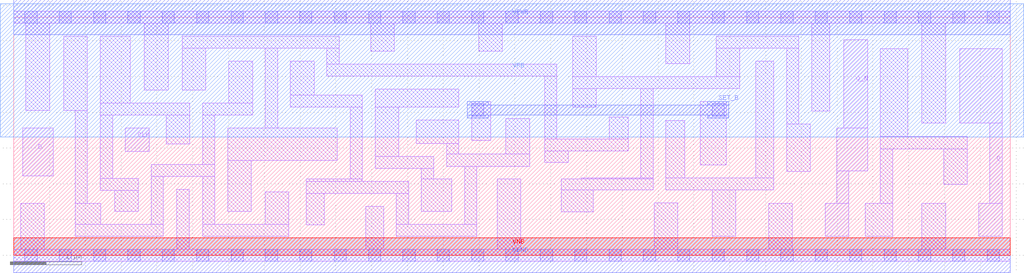
<source format=lef>
# Copyright 2020 The SkyWater PDK Authors
#
# Licensed under the Apache License, Version 2.0 (the "License");
# you may not use this file except in compliance with the License.
# You may obtain a copy of the License at
#
#     https://www.apache.org/licenses/LICENSE-2.0
#
# Unless required by applicable law or agreed to in writing, software
# distributed under the License is distributed on an "AS IS" BASIS,
# WITHOUT WARRANTIES OR CONDITIONS OF ANY KIND, either express or implied.
# See the License for the specific language governing permissions and
# limitations under the License.
#
# SPDX-License-Identifier: Apache-2.0

VERSION 5.7 ;
  NOWIREEXTENSIONATPIN ON ;
  DIVIDERCHAR "/" ;
  BUSBITCHARS "[]" ;
MACRO sky130_fd_sc_lp__dfsbp_lp
  CLASS CORE ;
  FOREIGN sky130_fd_sc_lp__dfsbp_lp ;
  ORIGIN  0.000000  0.000000 ;
  SIZE  13.92000 BY  3.330000 ;
  SYMMETRY X Y R90 ;
  SITE unit ;
  PIN D
    ANTENNAGATEAREA  0.376000 ;
    DIRECTION INPUT ;
    USE SIGNAL ;
    PORT
      LAYER li1 ;
        RECT 0.125000 1.110000 0.550000 1.780000 ;
    END
  END D
  PIN Q
    ANTENNADIFFAREA  0.404700 ;
    DIRECTION OUTPUT ;
    USE SIGNAL ;
    PORT
      LAYER li1 ;
        RECT 13.215000 1.850000 13.805000 2.890000 ;
        RECT 13.475000 0.265000 13.805000 0.725000 ;
        RECT 13.635000 0.725000 13.805000 1.850000 ;
    END
  END Q
  PIN Q_N
    ANTENNADIFFAREA  0.404700 ;
    DIRECTION OUTPUT ;
    USE SIGNAL ;
    PORT
      LAYER li1 ;
        RECT 11.335000 0.265000 11.665000 0.725000 ;
        RECT 11.495000 0.725000 11.665000 1.180000 ;
        RECT 11.495000 1.180000 11.925000 1.780000 ;
        RECT 11.595000 1.780000 11.925000 3.020000 ;
    END
  END Q_N
  PIN SET_B
    ANTENNAGATEAREA  0.626000 ;
    DIRECTION INPUT ;
    USE SIGNAL ;
    PORT
      LAYER met1 ;
        RECT 6.335000 1.920000 6.625000 1.965000 ;
        RECT 6.335000 1.965000 9.985000 2.105000 ;
        RECT 6.335000 2.105000 6.625000 2.150000 ;
        RECT 9.695000 1.920000 9.985000 1.965000 ;
        RECT 9.695000 2.105000 9.985000 2.150000 ;
    END
  END SET_B
  PIN CLK
    ANTENNAGATEAREA  0.376000 ;
    DIRECTION INPUT ;
    USE CLOCK ;
    PORT
      LAYER li1 ;
        RECT 1.560000 1.450000 1.890000 1.780000 ;
    END
  END CLK
  PIN VGND
    DIRECTION INOUT ;
    USE GROUND ;
    PORT
      LAYER met1 ;
        RECT 0.000000 -0.245000 13.920000 0.245000 ;
    END
  END VGND
  PIN VNB
    DIRECTION INOUT ;
    USE GROUND ;
    PORT
      LAYER pwell ;
        RECT 0.000000 0.000000 13.920000 0.245000 ;
    END
  END VNB
  PIN VPB
    DIRECTION INOUT ;
    USE POWER ;
    PORT
      LAYER nwell ;
        RECT -0.190000 1.655000 14.110000 3.520000 ;
    END
  END VPB
  PIN VPWR
    DIRECTION INOUT ;
    USE POWER ;
    PORT
      LAYER met1 ;
        RECT 0.000000 3.085000 13.920000 3.575000 ;
    END
  END VPWR
  OBS
    LAYER li1 ;
      RECT  0.000000 -0.085000 13.920000 0.085000 ;
      RECT  0.000000  3.245000 13.920000 3.415000 ;
      RECT  0.095000  0.085000  0.425000 0.725000 ;
      RECT  0.170000  2.025000  0.500000 3.245000 ;
      RECT  0.700000  2.025000  1.030000 3.065000 ;
      RECT  0.860000  0.265000  2.090000 0.435000 ;
      RECT  0.860000  0.435000  1.215000 0.725000 ;
      RECT  0.860000  0.725000  1.030000 2.025000 ;
      RECT  1.210000  0.905000  1.740000 1.075000 ;
      RECT  1.210000  1.075000  1.380000 1.960000 ;
      RECT  1.210000  1.960000  2.460000 2.130000 ;
      RECT  1.210000  2.130000  1.625000 3.065000 ;
      RECT  1.410000  0.615000  1.740000 0.905000 ;
      RECT  1.825000  2.310000  2.155000 3.245000 ;
      RECT  1.920000  0.435000  2.090000 1.100000 ;
      RECT  1.920000  1.100000  2.810000 1.270000 ;
      RECT  2.130000  1.555000  2.460000 1.960000 ;
      RECT  2.280000  0.085000  2.450000 0.920000 ;
      RECT  2.355000  2.310000  2.685000 2.895000 ;
      RECT  2.355000  2.895000  4.545000 3.065000 ;
      RECT  2.640000  0.265000  3.840000 0.435000 ;
      RECT  2.640000  0.435000  2.810000 1.100000 ;
      RECT  2.640000  1.270000  2.810000 1.960000 ;
      RECT  2.640000  1.960000  3.335000 2.130000 ;
      RECT  2.990000  0.615000  3.320000 1.330000 ;
      RECT  2.990000  1.330000  4.520000 1.780000 ;
      RECT  3.005000  2.130000  3.335000 2.715000 ;
      RECT  3.510000  0.435000  3.840000 0.885000 ;
      RECT  3.515000  1.780000  3.685000 2.895000 ;
      RECT  3.865000  2.075000  4.870000 2.245000 ;
      RECT  3.865000  2.245000  4.195000 2.715000 ;
      RECT  4.085000  0.425000  4.335000 0.865000 ;
      RECT  4.085000  0.865000  5.515000 1.035000 ;
      RECT  4.085000  1.035000  4.870000 1.065000 ;
      RECT  4.375000  2.505000  7.585000 2.675000 ;
      RECT  4.375000  2.675000  4.545000 2.895000 ;
      RECT  4.700000  1.065000  4.870000 2.075000 ;
      RECT  4.915000  0.085000  5.165000 0.685000 ;
      RECT  4.985000  2.855000  5.315000 3.245000 ;
      RECT  5.050000  1.215000  5.865000 1.385000 ;
      RECT  5.050000  1.385000  5.380000 2.075000 ;
      RECT  5.050000  2.075000  6.215000 2.325000 ;
      RECT  5.345000  0.265000  6.470000 0.435000 ;
      RECT  5.345000  0.435000  5.515000 0.865000 ;
      RECT  5.620000  1.565000  6.215000 1.895000 ;
      RECT  5.695000  0.615000  6.120000 1.065000 ;
      RECT  5.695000  1.065000  5.865000 1.215000 ;
      RECT  6.045000  1.245000  7.205000 1.415000 ;
      RECT  6.045000  1.415000  6.215000 1.565000 ;
      RECT  6.300000  0.435000  6.470000 1.245000 ;
      RECT  6.395000  1.605000  6.665000 2.150000 ;
      RECT  6.495000  2.855000  6.825000 3.245000 ;
      RECT  6.750000  0.085000  7.080000 1.065000 ;
      RECT  6.875000  1.415000  7.205000 1.915000 ;
      RECT  7.415000  1.300000  7.745000 1.460000 ;
      RECT  7.415000  1.460000  8.580000 1.630000 ;
      RECT  7.415000  1.630000  7.585000 2.505000 ;
      RECT  7.650000  0.605000  8.095000 0.915000 ;
      RECT  7.650000  0.915000  8.930000 1.065000 ;
      RECT  7.805000  2.075000  8.135000 2.330000 ;
      RECT  7.805000  2.330000 10.140000 2.500000 ;
      RECT  7.805000  2.500000  8.135000 3.065000 ;
      RECT  7.925000  1.065000  8.930000 1.085000 ;
      RECT  8.315000  1.630000  8.580000 1.935000 ;
      RECT  8.760000  1.085000  8.930000 2.330000 ;
      RECT  8.945000  0.085000  9.275000 0.735000 ;
      RECT  9.110000  0.915000 10.615000 1.085000 ;
      RECT  9.110000  1.085000  9.375000 1.885000 ;
      RECT  9.110000  2.680000  9.440000 3.245000 ;
      RECT  9.585000  1.265000  9.955000 2.150000 ;
      RECT  9.755000  0.265000 10.085000 0.915000 ;
      RECT  9.810000  2.500000 10.140000 2.895000 ;
      RECT  9.810000  2.895000 10.965000 3.065000 ;
      RECT 10.365000  1.085000 10.615000 2.715000 ;
      RECT 10.545000  0.085000 10.875000 0.725000 ;
      RECT 10.795000  1.170000 11.125000 1.840000 ;
      RECT 10.795000  1.840000 10.965000 2.895000 ;
      RECT 11.145000  2.020000 11.395000 3.245000 ;
      RECT 11.895000  0.265000 12.275000 0.725000 ;
      RECT 12.105000  0.725000 12.275000 1.490000 ;
      RECT 12.105000  1.490000 13.320000 1.660000 ;
      RECT 12.105000  1.660000 12.485000 2.890000 ;
      RECT 12.685000  0.085000 13.015000 0.725000 ;
      RECT 12.685000  1.850000 13.015000 3.245000 ;
      RECT 12.990000  0.990000 13.320000 1.490000 ;
    LAYER mcon ;
      RECT  0.155000 -0.085000  0.325000 0.085000 ;
      RECT  0.155000  3.245000  0.325000 3.415000 ;
      RECT  0.635000 -0.085000  0.805000 0.085000 ;
      RECT  0.635000  3.245000  0.805000 3.415000 ;
      RECT  1.115000 -0.085000  1.285000 0.085000 ;
      RECT  1.115000  3.245000  1.285000 3.415000 ;
      RECT  1.595000 -0.085000  1.765000 0.085000 ;
      RECT  1.595000  3.245000  1.765000 3.415000 ;
      RECT  2.075000 -0.085000  2.245000 0.085000 ;
      RECT  2.075000  3.245000  2.245000 3.415000 ;
      RECT  2.555000 -0.085000  2.725000 0.085000 ;
      RECT  2.555000  3.245000  2.725000 3.415000 ;
      RECT  3.035000 -0.085000  3.205000 0.085000 ;
      RECT  3.035000  3.245000  3.205000 3.415000 ;
      RECT  3.515000 -0.085000  3.685000 0.085000 ;
      RECT  3.515000  3.245000  3.685000 3.415000 ;
      RECT  3.995000 -0.085000  4.165000 0.085000 ;
      RECT  3.995000  3.245000  4.165000 3.415000 ;
      RECT  4.475000 -0.085000  4.645000 0.085000 ;
      RECT  4.475000  3.245000  4.645000 3.415000 ;
      RECT  4.955000 -0.085000  5.125000 0.085000 ;
      RECT  4.955000  3.245000  5.125000 3.415000 ;
      RECT  5.435000 -0.085000  5.605000 0.085000 ;
      RECT  5.435000  3.245000  5.605000 3.415000 ;
      RECT  5.915000 -0.085000  6.085000 0.085000 ;
      RECT  5.915000  3.245000  6.085000 3.415000 ;
      RECT  6.395000 -0.085000  6.565000 0.085000 ;
      RECT  6.395000  1.950000  6.565000 2.120000 ;
      RECT  6.395000  3.245000  6.565000 3.415000 ;
      RECT  6.875000 -0.085000  7.045000 0.085000 ;
      RECT  6.875000  3.245000  7.045000 3.415000 ;
      RECT  7.355000 -0.085000  7.525000 0.085000 ;
      RECT  7.355000  3.245000  7.525000 3.415000 ;
      RECT  7.835000 -0.085000  8.005000 0.085000 ;
      RECT  7.835000  3.245000  8.005000 3.415000 ;
      RECT  8.315000 -0.085000  8.485000 0.085000 ;
      RECT  8.315000  3.245000  8.485000 3.415000 ;
      RECT  8.795000 -0.085000  8.965000 0.085000 ;
      RECT  8.795000  3.245000  8.965000 3.415000 ;
      RECT  9.275000 -0.085000  9.445000 0.085000 ;
      RECT  9.275000  3.245000  9.445000 3.415000 ;
      RECT  9.755000 -0.085000  9.925000 0.085000 ;
      RECT  9.755000  1.950000  9.925000 2.120000 ;
      RECT  9.755000  3.245000  9.925000 3.415000 ;
      RECT 10.235000 -0.085000 10.405000 0.085000 ;
      RECT 10.235000  3.245000 10.405000 3.415000 ;
      RECT 10.715000 -0.085000 10.885000 0.085000 ;
      RECT 10.715000  3.245000 10.885000 3.415000 ;
      RECT 11.195000 -0.085000 11.365000 0.085000 ;
      RECT 11.195000  3.245000 11.365000 3.415000 ;
      RECT 11.675000 -0.085000 11.845000 0.085000 ;
      RECT 11.675000  3.245000 11.845000 3.415000 ;
      RECT 12.155000 -0.085000 12.325000 0.085000 ;
      RECT 12.155000  3.245000 12.325000 3.415000 ;
      RECT 12.635000 -0.085000 12.805000 0.085000 ;
      RECT 12.635000  3.245000 12.805000 3.415000 ;
      RECT 13.115000 -0.085000 13.285000 0.085000 ;
      RECT 13.115000  3.245000 13.285000 3.415000 ;
      RECT 13.595000 -0.085000 13.765000 0.085000 ;
      RECT 13.595000  3.245000 13.765000 3.415000 ;
  END
END sky130_fd_sc_lp__dfsbp_lp
END LIBRARY

</source>
